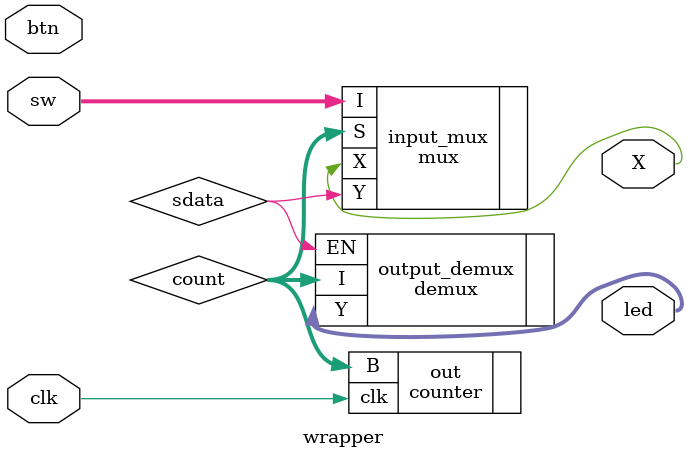
<source format=v>
`timescale 1ns / 1ps


module wrapper(
    input [7:0] sw,
    input clk,
    input [2:0] btn,
    
  //  output RGB_led_A,
    output [7:0] led,
    output X
    );
    
wire sdata;
wire [2:0] count;

mux input_mux(
    .I(sw),
    .S(count),
    .Y(sdata),
    .X(X)
);

demux output_demux(
    .EN(sdata),
    .I(count),
    .Y(led)
    
);

counter out (
    .B(count),
    .clk(clk)
);

endmodule

</source>
